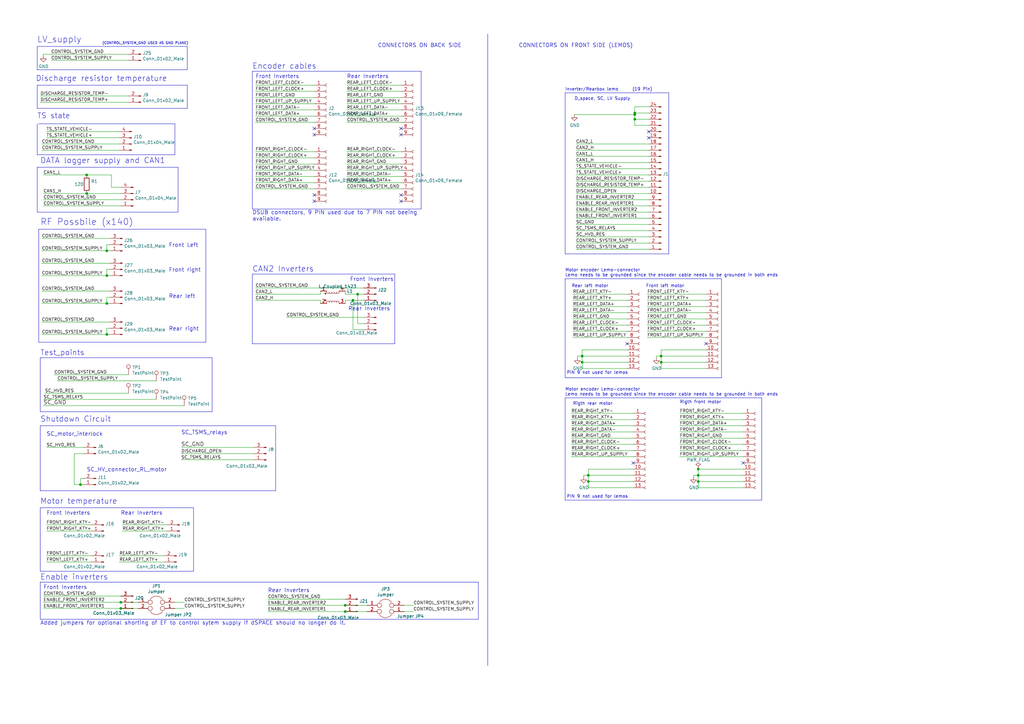
<source format=kicad_sch>
(kicad_sch (version 20230121) (generator eeschema)
  (paper "A3")
  (title_block (title "inverter_box_LV_distribution_board") (comment 1 "Dev17") (comment 2 "Emil Tagesson") (comment 3 "emil.tagesson1@gmail.com"))
  (lib_symbols
    (symbol "Connector:Conn_01x02_Male" (pin_names (offset 1.016) hide)
      (property "Reference" "J" (at 0 2.54 0))
      (property "Value" "Connector_Conn_01x02_Male" (at 0 -5.08 0))
      (symbol "Conn_01x02_Male_1_1"
        (pin passive line (at 5.08 0 180) (length 3.81) (name "Pin_1") (number "1"))
        (pin passive line (at 5.08 -2.54 180) (length 3.81) (name "Pin_2") (number "2"))
      )
    )
    (symbol "Connector:Conn_01x03_Male" (pin_names (offset 1.016) hide)
      (property "Reference" "J" (at 0 5.08 0))
      (property "Value" "Connector_Conn_01x03_Male" (at 0 -5.08 0))
      (symbol "Conn_01x03_Male_1_1"
        (pin passive line (at 5.08 2.54 180) (length 3.81) (name "Pin_1") (number "1"))
        (pin passive line (at 5.08 0 180) (length 3.81) (name "Pin_2") (number "2"))
        (pin passive line (at 5.08 -2.54 180) (length 3.81) (name "Pin_3") (number "3"))
      )
    )
    (symbol "Connector:Conn_01x04_Male" (pin_names (offset 1.016) hide)
      (property "Reference" "J" (at 0 5.08 0))
      (property "Value" "Connector_Conn_01x04_Male" (at 0 -7.62 0))
      (symbol "Conn_01x04_Male_1_1"
        (pin passive line (at 5.08 2.54 180) (length 3.81) (name "Pin_1") (number "1"))
        (pin passive line (at 5.08 0 180) (length 3.81) (name "Pin_2") (number "2"))
        (pin passive line (at 5.08 -2.54 180) (length 3.81) (name "Pin_3") (number "3"))
        (pin passive line (at 5.08 -5.08 180) (length 3.81) (name "Pin_4") (number "4"))
      )
    )
    (symbol "Connector:Conn_01x09_Female" (pin_names (offset 1.016) hide)
      (property "Reference" "J" (at 0 12.7 0))
      (property "Value" "Connector_Conn_01x09_Female" (at 0 -12.7 0))
      (symbol "Conn_01x09_Female_1_1"
        (pin passive line (at -5.08 10.16 0) (length 3.81) (name "Pin_1") (number "1"))
        (pin passive line (at -5.08 7.62 0) (length 3.81) (name "Pin_2") (number "2"))
        (pin passive line (at -5.08 5.08 0) (length 3.81) (name "Pin_3") (number "3"))
        (pin passive line (at -5.08 2.54 0) (length 3.81) (name "Pin_4") (number "4"))
        (pin passive line (at -5.08 0 0) (length 3.81) (name "Pin_5") (number "5"))
        (pin passive line (at -5.08 -2.54 0) (length 3.81) (name "Pin_6") (number "6"))
        (pin passive line (at -5.08 -5.08 0) (length 3.81) (name "Pin_7") (number "7"))
        (pin passive line (at -5.08 -7.62 0) (length 3.81) (name "Pin_8") (number "8"))
        (pin passive line (at -5.08 -10.16 0) (length 3.81) (name "Pin_9") (number "9"))
      )
    )
    (symbol "Connector:Conn_01x13_Female" (pin_names (offset 1.016) hide)
      (property "Reference" "J" (at 0 17.78 0))
      (property "Value" "Connector_Conn_01x13_Female" (at 0 -17.78 0))
      (symbol "Conn_01x13_Female_1_1"
        (pin passive line (at -5.08 15.24 0) (length 3.81) (name "Pin_1") (number "1"))
        (pin passive line (at -5.08 -7.62 0) (length 3.81) (name "Pin_10") (number "10"))
        (pin passive line (at -5.08 -10.16 0) (length 3.81) (name "Pin_11") (number "11"))
        (pin passive line (at -5.08 -12.7 0) (length 3.81) (name "Pin_12") (number "12"))
        (pin passive line (at -5.08 -15.24 0) (length 3.81) (name "Pin_13") (number "13"))
        (pin passive line (at -5.08 12.7 0) (length 3.81) (name "Pin_2") (number "2"))
        (pin passive line (at -5.08 10.16 0) (length 3.81) (name "Pin_3") (number "3"))
        (pin passive line (at -5.08 7.62 0) (length 3.81) (name "Pin_4") (number "4"))
        (pin passive line (at -5.08 5.08 0) (length 3.81) (name "Pin_5") (number "5"))
        (pin passive line (at -5.08 2.54 0) (length 3.81) (name "Pin_6") (number "6"))
        (pin passive line (at -5.08 0 0) (length 3.81) (name "Pin_7") (number "7"))
        (pin passive line (at -5.08 -2.54 0) (length 3.81) (name "Pin_8") (number "8"))
        (pin passive line (at -5.08 -5.08 0) (length 3.81) (name "Pin_9") (number "9"))
      )
    )
    (symbol "Connector:Conn_01x24_Male" (pin_names (offset 1.016) hide)
      (property "Reference" "J" (at 0 30.48 0))
      (property "Value" "Connector_Conn_01x24_Male" (at 0 -33.02 0))
      (symbol "Conn_01x24_Male_1_1"
        (pin passive line (at 5.08 27.94 180) (length 3.81) (name "Pin_1") (number "1"))
        (pin passive line (at 5.08 5.08 180) (length 3.81) (name "Pin_10") (number "10"))
        (pin passive line (at 5.08 2.54 180) (length 3.81) (name "Pin_11") (number "11"))
        (pin passive line (at 5.08 0 180) (length 3.81) (name "Pin_12") (number "12"))
        (pin passive line (at 5.08 -2.54 180) (length 3.81) (name "Pin_13") (number "13"))
        (pin passive line (at 5.08 -5.08 180) (length 3.81) (name "Pin_14") (number "14"))
        (pin passive line (at 5.08 -7.62 180) (length 3.81) (name "Pin_15") (number "15"))
        (pin passive line (at 5.08 -10.16 180) (length 3.81) (name "Pin_16") (number "16"))
        (pin passive line (at 5.08 -12.7 180) (length 3.81) (name "Pin_17") (number "17"))
        (pin passive line (at 5.08 -15.24 180) (length 3.81) (name "Pin_18") (number "18"))
        (pin passive line (at 5.08 -17.78 180) (length 3.81) (name "Pin_19") (number "19"))
        (pin passive line (at 5.08 25.4 180) (length 3.81) (name "Pin_2") (number "2"))
        (pin passive line (at 5.08 -20.32 180) (length 3.81) (name "Pin_20") (number "20"))
        (pin passive line (at 5.08 -22.86 180) (length 3.81) (name "Pin_21") (number "21"))
        (pin passive line (at 5.08 -25.4 180) (length 3.81) (name "Pin_22") (number "22"))
        (pin passive line (at 5.08 -27.94 180) (length 3.81) (name "Pin_23") (number "23"))
        (pin passive line (at 5.08 -30.48 180) (length 3.81) (name "Pin_24") (number "24"))
        (pin passive line (at 5.08 22.86 180) (length 3.81) (name "Pin_3") (number "3"))
        (pin passive line (at 5.08 20.32 180) (length 3.81) (name "Pin_4") (number "4"))
        (pin passive line (at 5.08 17.78 180) (length 3.81) (name "Pin_5") (number "5"))
        (pin passive line (at 5.08 15.24 180) (length 3.81) (name "Pin_6") (number "6"))
        (pin passive line (at 5.08 12.7 180) (length 3.81) (name "Pin_7") (number "7"))
        (pin passive line (at 5.08 10.16 180) (length 3.81) (name "Pin_8") (number "8"))
        (pin passive line (at 5.08 7.62 180) (length 3.81) (name "Pin_9") (number "9"))
      )
    )
    (symbol "Connector:TestPoint" (pin_numbers hide) (pin_names (offset 0.762) hide)
      (property "Reference" "TP" (at 0 6.858 0))
      (property "Value" "TestPoint" (at 0 5.08 0))
      (symbol "TestPoint_1_1"
        (pin passive line (at 0 0 90) (length 2.54) (name "1") (number "1"))
      )
    )
    (symbol "Device:Jumper" (pin_names (offset 0.762) hide)
      (property "Reference" "JP" (at 0 3.81 0))
      (property "Value" "Device_Jumper" (at 0 -2.032 0))
      (symbol "Jumper_0_1"
        (pin passive line (at -7.62 0 0) (length 4.191) (name "1") (number "1"))
        (pin passive line (at 7.62 0 180) (length 4.191) (name "2") (number "2"))
      )
    )
    (symbol "Device:L_Coupled_1423" (pin_names (offset 0.254) hide)
      (property "Reference" "L" (at 0 4.445 0))
      (property "Value" "L_Coupled_1423" (at 0 -4.445 0))
      (symbol "L_Coupled_1423_1_1"
        (pin passive line (at -5.08 2.54 0) (length 2.54) (name "1") (number "1"))
        (pin passive line (at -5.08 -2.54 0) (length 2.54) (name "2") (number "2"))
        (pin passive line (at 5.08 -2.54 180) (length 2.54) (name "3") (number "3"))
        (pin passive line (at 5.08 2.54 180) (length 2.54) (name "4") (number "4"))
      )
    )
    (symbol "Device:R" (pin_numbers hide) (pin_names (offset 0))
      (property "Reference" "R" (at 2.032 0 90))
      (property "Value" "R" (at 0 0 90))
      (symbol "R_1_1"
        (pin passive line (at 0 3.81 270) (length 1.27) (name "~") (number "1"))
        (pin passive line (at 0 -3.81 90) (length 1.27) (name "~") (number "2"))
      )
    )
    (symbol "power:GND" (power) (pin_names (offset 0))
      (property "Value" "GND" (at 0 -3.81 0))
      (symbol "GND_1_1"
        (pin power_in line (at 0 0 270) (length 0) hide (name "GND") (number "1"))
      )
    )
    (symbol "power:PWR_FLAG" (power) (pin_numbers hide) (pin_names (offset 0) hide)
      (property "Value" "PWR_FLAG" (at 0 3.81 0))
      (symbol "PWR_FLAG_0_0"
        (pin power_out line (at 0 0 90) (length 0) (name "pwr") (number "1"))
      )
    )
  )
  (junction (at 286.385 192.405))
  (junction (at 286.385 197.485))
  (junction (at 43.815 137.16))
  (junction (at 241.3 194.945))
  (junction (at 35.56 79.375))
  (junction (at 33.02 198.755))
  (junction (at 141.605 248.285))
  (junction (at 238.76 148.59))
  (junction (at 35.56 71.755))
  (junction (at 43.815 102.87))
  (junction (at 271.145 146.05))
  (junction (at 241.3 197.485))
  (junction (at 260.35 46.355))
  (junction (at 260.35 48.895))
  (junction (at 238.76 146.05))
  (junction (at 286.385 194.945))
  (junction (at 43.815 113.03))
  (junction (at 49.53 247.015))
  (junction (at 146.685 120.65))
  (junction (at 43.815 124.46))
  (junction (at 144.78 123.19))
  (junction (at 141.605 250.825))
  (junction (at 271.145 148.59))
  (junction (at 49.53 249.555))
  (junction (at 260.35 46.99))
  (no_connect (at 164.465 52.705))
  (no_connect (at 164.465 82.55))
  (no_connect (at 164.465 55.245))
  (no_connect (at 266.065 53.975))
  (no_connect (at 128.905 55.245))
  (no_connect (at 128.905 52.705))
  (no_connect (at 128.905 82.55))
  (no_connect (at 257.175 140.97))
  (no_connect (at 304.8 189.865))
  (no_connect (at 289.56 140.97))
  (no_connect (at 128.905 80.01))
  (no_connect (at 164.465 80.01))
  (no_connect (at 266.065 56.515))
  (no_connect (at 259.715 189.865))
  (wire (pts (xy 43.815 121.92) (xy 45.085 121.92)))
  (polyline (pts (xy 16.51 174.625) (xy 113.03 174.625)))
  (polyline (pts (xy 103.505 126.365) (xy 103.505 140.97)))
  (wire (pts (xy 45.72 76.835) (xy 49.53 76.835)))
  (wire (pts (xy 278.765 187.325) (xy 304.8 187.325)))
  (wire (pts (xy 236.22 69.215) (xy 266.065 69.215)))
  (wire (pts (xy 241.3 194.945) (xy 241.3 197.485)))
  (polyline (pts (xy 15.24 44.45) (xy 76.835 44.45)))
  (polyline (pts (xy 15.24 34.925) (xy 76.835 34.925)))
  (wire (pts (xy 16.51 39.37) (xy 52.705 39.37)))
  (polyline (pts (xy 231.775 38.1) (xy 231.775 104.14)))
  (wire (pts (xy 43.815 124.46) (xy 45.085 124.46)))
  (wire (pts (xy 238.76 148.59) (xy 257.175 148.59)))
  (wire (pts (xy 144.78 135.255) (xy 144.78 123.19)))
  (wire (pts (xy 234.315 182.245) (xy 259.715 182.245)))
  (polyline (pts (xy 73.025 68.58) (xy 15.24 68.58)))
  (polyline (pts (xy 86.995 146.685) (xy 16.51 146.685)))
  (wire (pts (xy 241.3 197.485) (xy 259.715 197.485)))
  (wire (pts (xy 104.775 37.465) (xy 128.905 37.465)))
  (polyline (pts (xy 16.51 146.685) (xy 16.51 168.91)))
  (wire (pts (xy 266.065 43.815) (xy 260.35 43.815)))
  (wire (pts (xy 43.815 124.46) (xy 17.145 124.46)))
  (wire (pts (xy 146.685 120.65) (xy 141.605 120.65)))
  (wire (pts (xy 56.515 247.015) (xy 49.53 247.015)))
  (wire (pts (xy 284.48 194.945) (xy 284.48 195.58)))
  (wire (pts (xy 169.545 250.825) (xy 165.735 250.825)))
  (wire (pts (xy 43.815 137.16) (xy 45.085 137.16)))
  (wire (pts (xy 236.22 64.135) (xy 266.065 64.135)))
  (wire (pts (xy 43.815 110.49) (xy 45.085 110.49)))
  (wire (pts (xy 43.815 113.03) (xy 45.085 113.03)))
  (wire (pts (xy 286.385 197.485) (xy 304.8 197.485)))
  (polyline (pts (xy 15.24 19.05) (xy 76.835 19.05)))
  (wire (pts (xy 17.78 71.755) (xy 35.56 71.755)))
  (wire (pts (xy 241.3 200.025) (xy 259.715 200.025)))
  (polyline (pts (xy 274.32 38.1) (xy 274.32 104.14)))
  (wire (pts (xy 131.445 123.19) (xy 104.775 123.19)))
  (polyline (pts (xy 16.51 201.295) (xy 16.51 174.625)))
  (wire (pts (xy 236.22 81.915) (xy 266.065 81.915)))
  (wire (pts (xy 278.765 169.545) (xy 304.8 169.545)))
  (wire (pts (xy 18.415 161.29) (xy 52.705 161.29)))
  (wire (pts (xy 234.315 179.705) (xy 259.715 179.705)))
  (polyline (pts (xy 231.775 104.14) (xy 274.32 104.14)))
  (polyline (pts (xy 79.375 208.28) (xy 79.375 234.315)))
  (wire (pts (xy 71.755 247.015) (xy 75.565 247.015)))
  (polyline (pts (xy 231.775 154.94) (xy 295.91 154.94)))
  (wire (pts (xy 284.48 194.945) (xy 286.385 194.945)))
  (wire (pts (xy 67.31 230.505) (xy 48.895 230.505)))
  (wire (pts (xy 43.815 137.16) (xy 17.145 137.16)))
  (wire (pts (xy 141.605 124.46) (xy 141.605 123.19)))
  (wire (pts (xy 19.05 183.515) (xy 34.29 183.515)))
  (polyline (pts (xy 161.925 140.97) (xy 161.925 112.395)))
  (polyline (pts (xy 84.455 93.98) (xy 15.875 93.98)))
  (wire (pts (xy 17.145 61.595) (xy 48.895 61.595)))
  (polyline (pts (xy 231.775 114.3) (xy 231.775 154.94)))
  (polyline (pts (xy 16.51 234.315) (xy 79.375 234.315)))
  (polyline (pts (xy 15.875 140.335) (xy 84.455 140.335)))
  (wire (pts (xy 43.815 102.87) (xy 45.085 102.87)))
  (wire (pts (xy 238.76 146.05) (xy 238.76 148.59)))
  (polyline (pts (xy 15.24 28.575) (xy 15.24 19.05)))
  (polyline (pts (xy 84.455 140.335) (xy 84.455 93.98)))
  (wire (pts (xy 22.225 153.67) (xy 52.705 153.67)))
  (wire (pts (xy 17.145 107.95) (xy 45.085 107.95)))
  (polyline (pts (xy 15.875 50.8) (xy 71.755 50.8)))
  (wire (pts (xy 17.78 244.475) (xy 49.53 244.475)))
  (wire (pts (xy 142.24 72.39) (xy 164.465 72.39)))
  (wire (pts (xy 260.35 46.99) (xy 235.585 46.99)))
  (wire (pts (xy 278.765 182.245) (xy 304.8 182.245)))
  (polyline (pts (xy 15.24 68.58) (xy 15.24 86.995)))
  (wire (pts (xy 241.3 197.485) (xy 241.3 200.025)))
  (polyline (pts (xy 15.24 63.5) (xy 15.24 50.8)))
  (polyline (pts (xy 103.505 29.21) (xy 172.72 29.21)))
  (wire (pts (xy 104.775 118.11) (xy 149.225 118.11)))
  (polyline (pts (xy 196.215 254) (xy 196.215 238.76)))
  (wire (pts (xy 17.78 22.225) (xy 52.705 22.225)))
  (wire (pts (xy 17.78 163.83) (xy 64.135 163.83)))
  (wire (pts (xy 238.76 151.13) (xy 257.175 151.13)))
  (wire (pts (xy 37.465 217.805) (xy 19.05 217.805)))
  (wire (pts (xy 30.48 186.055) (xy 34.29 186.055)))
  (wire (pts (xy 48.895 56.515) (xy 19.05 56.515)))
  (wire (pts (xy 165.735 248.285) (xy 169.545 248.285)))
  (wire (pts (xy 234.95 130.81) (xy 257.175 130.81)))
  (polyline (pts (xy 16.51 208.28) (xy 79.375 208.28)))
  (wire (pts (xy 104.775 47.625) (xy 128.905 47.625)))
  (wire (pts (xy 149.225 120.65) (xy 146.685 120.65)))
  (wire (pts (xy 265.43 125.73) (xy 289.56 125.73)))
  (wire (pts (xy 286.385 192.405) (xy 304.8 192.405)))
  (wire (pts (xy 142.24 34.925) (xy 164.465 34.925)))
  (wire (pts (xy 142.24 77.47) (xy 164.465 77.47)))
  (wire (pts (xy 265.43 133.35) (xy 289.56 133.35)))
  (wire (pts (xy 236.22 92.075) (xy 266.065 92.075)))
  (wire (pts (xy 234.315 172.085) (xy 259.715 172.085)))
  (wire (pts (xy 286.385 200.025) (xy 304.8 200.025)))
  (wire (pts (xy 266.065 76.835) (xy 236.22 76.835)))
  (wire (pts (xy 142.24 67.31) (xy 164.465 67.31)))
  (polyline (pts (xy 200.025 13.97) (xy 200.025 273.05)))
  (wire (pts (xy 238.76 146.05) (xy 238.76 143.51)))
  (wire (pts (xy 234.95 120.65) (xy 257.175 120.65)))
  (wire (pts (xy 236.855 146.05) (xy 238.76 146.05)))
  (polyline (pts (xy 103.505 112.395) (xy 103.505 126.365)))
  (wire (pts (xy 142.24 42.545) (xy 164.465 42.545)))
  (wire (pts (xy 289.56 151.13) (xy 271.145 151.13)))
  (wire (pts (xy 104.775 34.925) (xy 128.905 34.925)))
  (wire (pts (xy 37.465 230.505) (xy 19.05 230.505)))
  (wire (pts (xy 20.955 24.765) (xy 52.705 24.765)))
  (wire (pts (xy 278.765 179.705) (xy 304.8 179.705)))
  (wire (pts (xy 278.765 174.625) (xy 304.8 174.625)))
  (wire (pts (xy 43.815 100.33) (xy 45.085 100.33)))
  (wire (pts (xy 19.05 53.975) (xy 48.895 53.975)))
  (wire (pts (xy 260.35 46.355) (xy 260.35 46.99)))
  (polyline (pts (xy 15.24 28.575) (xy 76.835 28.575)))
  (wire (pts (xy 48.895 227.965) (xy 67.31 227.965)))
  (wire (pts (xy 33.02 198.755) (xy 30.48 198.755)))
  (wire (pts (xy 43.815 113.03) (xy 43.815 110.49)))
  (wire (pts (xy 104.775 42.545) (xy 128.905 42.545)))
  (wire (pts (xy 104.775 62.23) (xy 128.905 62.23)))
  (wire (pts (xy 265.43 135.89) (xy 289.56 135.89)))
  (wire (pts (xy 234.95 138.43) (xy 257.175 138.43)))
  (wire (pts (xy 43.815 137.16) (xy 43.815 134.62)))
  (wire (pts (xy 104.775 69.85) (xy 128.905 69.85)))
  (polyline (pts (xy 231.775 163.195) (xy 231.775 205.105)))
  (polyline (pts (xy 71.755 50.8) (xy 71.755 63.5)))
  (wire (pts (xy 266.065 102.235) (xy 236.22 102.235)))
  (wire (pts (xy 265.43 128.27) (xy 289.56 128.27)))
  (wire (pts (xy 234.315 187.325) (xy 259.715 187.325)))
  (wire (pts (xy 260.35 46.355) (xy 266.065 46.355)))
  (wire (pts (xy 266.065 79.375) (xy 236.22 79.375)))
  (wire (pts (xy 234.95 123.19) (xy 257.175 123.19)))
  (wire (pts (xy 236.22 59.055) (xy 266.065 59.055)))
  (wire (pts (xy 286.385 194.945) (xy 286.385 192.405)))
  (wire (pts (xy 34.29 198.755) (xy 33.02 198.755)))
  (wire (pts (xy 234.95 125.73) (xy 257.175 125.73)))
  (wire (pts (xy 150.495 250.825) (xy 141.605 250.825)))
  (wire (pts (xy 289.56 143.51) (xy 271.145 143.51)))
  (wire (pts (xy 271.145 146.05) (xy 271.145 148.59)))
  (wire (pts (xy 35.56 79.375) (xy 49.53 79.375)))
  (wire (pts (xy 234.95 133.35) (xy 257.175 133.35)))
  (wire (pts (xy 278.765 184.785) (xy 304.8 184.785)))
  (wire (pts (xy 234.95 128.27) (xy 257.175 128.27)))
  (polyline (pts (xy 71.755 63.5) (xy 15.24 63.5)))
  (wire (pts (xy 286.385 197.485) (xy 286.385 200.025)))
  (wire (pts (xy 239.395 194.945) (xy 239.395 195.58)))
  (wire (pts (xy 17.78 166.37) (xy 75.565 166.37)))
  (wire (pts (xy 131.445 119.38) (xy 131.445 120.65)))
  (wire (pts (xy 266.065 66.675) (xy 236.22 66.675)))
  (wire (pts (xy 265.43 123.19) (xy 289.56 123.19)))
  (wire (pts (xy 266.065 84.455) (xy 236.22 84.455)))
  (wire (pts (xy 141.605 123.19) (xy 144.78 123.19)))
  (wire (pts (xy 241.3 194.945) (xy 259.715 194.945)))
  (polyline (pts (xy 16.51 238.76) (xy 196.215 238.76)))
  (wire (pts (xy 17.145 132.08) (xy 45.085 132.08)))
  (polyline (pts (xy 103.505 140.97) (xy 161.925 140.97)))
  (wire (pts (xy 142.24 37.465) (xy 164.465 37.465)))
  (wire (pts (xy 266.065 61.595) (xy 236.22 61.595)))
  (polyline (pts (xy 15.24 86.995) (xy 73.025 86.995)))
  (wire (pts (xy 109.855 250.825) (xy 141.605 250.825)))
  (wire (pts (xy 43.815 134.62) (xy 45.085 134.62)))
  (wire (pts (xy 104.775 64.77) (xy 128.905 64.77)))
  (wire (pts (xy 131.445 124.46) (xy 131.445 123.19)))
  (polyline (pts (xy 312.42 163.195) (xy 231.775 163.195)))
  (wire (pts (xy 104.775 40.005) (xy 128.905 40.005)))
  (wire (pts (xy 286.385 194.945) (xy 304.8 194.945)))
  (polyline (pts (xy 16.51 201.295) (xy 113.03 201.295)))
  (wire (pts (xy 269.24 146.05) (xy 269.24 146.685)))
  (wire (pts (xy 271.145 146.05) (xy 271.145 143.51)))
  (wire (pts (xy 142.24 45.085) (xy 164.465 45.085)))
  (wire (pts (xy 74.295 183.515) (xy 104.14 183.515)))
  (wire (pts (xy 19.05 227.965) (xy 37.465 227.965)))
  (wire (pts (xy 260.35 48.895) (xy 260.35 51.435)))
  (wire (pts (xy 17.78 81.915) (xy 49.53 81.915)))
  (wire (pts (xy 234.315 174.625) (xy 259.715 174.625)))
  (wire (pts (xy 142.24 50.165) (xy 164.465 50.165)))
  (wire (pts (xy 43.815 124.46) (xy 43.815 121.92)))
  (wire (pts (xy 17.145 97.79) (xy 45.085 97.79)))
  (wire (pts (xy 241.3 194.945) (xy 241.3 192.405)))
  (polyline (pts (xy 16.51 254) (xy 196.215 254)))
  (wire (pts (xy 289.56 146.05) (xy 271.145 146.05)))
  (wire (pts (xy 34.29 196.215) (xy 33.02 196.215)))
  (wire (pts (xy 19.05 215.265) (xy 37.465 215.265)))
  (wire (pts (xy 278.765 177.165) (xy 304.8 177.165)))
  (wire (pts (xy 45.72 71.755) (xy 45.72 76.835)))
  (wire (pts (xy 142.24 62.23) (xy 164.465 62.23)))
  (wire (pts (xy 49.53 247.015) (xy 17.78 247.015)))
  (wire (pts (xy 43.815 113.03) (xy 17.145 113.03)))
  (wire (pts (xy 260.35 46.99) (xy 260.35 48.895)))
  (wire (pts (xy 269.24 146.05) (xy 271.145 146.05)))
  (wire (pts (xy 17.78 84.455) (xy 49.53 84.455)))
  (polyline (pts (xy 16.51 234.315) (xy 16.51 208.28)))
  (wire (pts (xy 234.315 184.785) (xy 259.715 184.785)))
  (wire (pts (xy 234.315 169.545) (xy 259.715 169.545)))
  (wire (pts (xy 142.24 40.005) (xy 164.465 40.005)))
  (wire (pts (xy 238.76 146.05) (xy 257.175 146.05)))
  (wire (pts (xy 265.43 120.65) (xy 289.56 120.65)))
  (wire (pts (xy 260.35 43.815) (xy 260.35 46.355)))
  (wire (pts (xy 236.22 99.695) (xy 266.065 99.695)))
  (wire (pts (xy 142.24 47.625) (xy 164.465 47.625)))
  (wire (pts (xy 289.56 148.59) (xy 271.145 148.59)))
  (polyline (pts (xy 103.505 85.725) (xy 172.72 85.725)))
  (wire (pts (xy 117.475 130.175) (xy 149.225 130.175)))
  (wire (pts (xy 234.315 177.165) (xy 259.715 177.165)))
  (wire (pts (xy 238.76 143.51) (xy 257.175 143.51)))
  (polyline (pts (xy 231.775 205.105) (xy 312.42 205.105)))
  (wire (pts (xy 260.35 48.895) (xy 266.065 48.895)))
  (polyline (pts (xy 73.025 86.995) (xy 73.025 68.58)))
  (wire (pts (xy 149.225 132.715) (xy 146.685 132.715)))
  (wire (pts (xy 278.765 172.085) (xy 304.8 172.085)))
  (wire (pts (xy 236.855 146.05) (xy 236.855 146.685)))
  (polyline (pts (xy 15.24 44.45) (xy 15.24 34.925)))
  (wire (pts (xy 149.225 135.255) (xy 144.78 135.255)))
  (polyline (pts (xy 86.995 146.685) (xy 86.995 168.91)))
  (wire (pts (xy 265.43 138.43) (xy 289.56 138.43)))
  (polyline (pts (xy 172.72 29.21) (xy 172.72 85.725)))
  (wire (pts (xy 43.815 102.87) (xy 43.815 100.33)))
  (wire (pts (xy 17.145 119.38) (xy 45.085 119.38)))
  (wire (pts (xy 50.165 215.265) (xy 68.58 215.265)))
  (wire (pts (xy 16.51 41.91) (xy 52.705 41.91)))
  (wire (pts (xy 68.58 217.805) (xy 50.165 217.805)))
  (wire (pts (xy 141.605 248.285) (xy 109.855 248.285)))
  (polyline (pts (xy 16.51 168.91) (xy 86.995 168.91)))
  (wire (pts (xy 104.775 120.65) (xy 131.445 120.65)))
  (wire (pts (xy 266.065 86.995) (xy 236.22 86.995)))
  (polyline (pts (xy 231.775 38.1) (xy 274.32 38.1)))
  (polyline (pts (xy 103.505 85.725) (xy 103.505 29.21)))
  (wire (pts (xy 104.775 74.93) (xy 128.905 74.93)))
  (wire (pts (xy 104.775 50.165) (xy 128.905 50.165)))
  (wire (pts (xy 144.78 123.19) (xy 149.225 123.19)))
  (polyline (pts (xy 76.835 19.05) (xy 76.835 28.575)))
  (wire (pts (xy 109.855 245.745) (xy 141.605 245.745)))
  (wire (pts (xy 141.605 120.65) (xy 141.605 119.38)))
  (wire (pts (xy 236.22 97.155) (xy 266.065 97.155)))
  (polyline (pts (xy 76.835 44.45) (xy 76.835 34.925)))
  (wire (pts (xy 271.145 148.59) (xy 271.145 151.13)))
  (wire (pts (xy 33.02 196.215) (xy 33.02 198.755)))
  (wire (pts (xy 146.685 120.65) (xy 146.685 132.715)))
  (wire (pts (xy 104.775 72.39) (xy 128.905 72.39)))
  (wire (pts (xy 266.065 71.755) (xy 236.22 71.755)))
  (wire (pts (xy 142.24 64.77) (xy 164.465 64.77)))
  (wire (pts (xy 30.48 198.755) (xy 30.48 186.055)))
  (wire (pts (xy 142.24 74.93) (xy 164.465 74.93)))
  (wire (pts (xy 74.295 188.595) (xy 104.14 188.595)))
  (wire (pts (xy 265.43 130.81) (xy 289.56 130.81)))
  (wire (pts (xy 104.775 67.31) (xy 128.905 67.31)))
  (wire (pts (xy 43.815 102.87) (xy 17.145 102.87)))
  (wire (pts (xy 17.145 59.055) (xy 48.895 59.055)))
  (wire (pts (xy 17.78 79.375) (xy 35.56 79.375)))
  (wire (pts (xy 104.775 45.085) (xy 128.905 45.085)))
  (polyline (pts (xy 312.42 205.105) (xy 312.42 163.195)))
  (wire (pts (xy 142.24 69.85) (xy 164.465 69.85)))
  (polyline (pts (xy 295.91 114.3) (xy 295.91 154.94)))
  (polyline (pts (xy 161.925 112.395) (xy 103.505 112.395)))
  (wire (pts (xy 236.22 89.535) (xy 266.065 89.535)))
  (wire (pts (xy 23.495 156.21) (xy 64.135 156.21)))
  (wire (pts (xy 286.385 194.945) (xy 286.385 197.485)))
  (wire (pts (xy 239.395 194.945) (xy 241.3 194.945)))
  (wire (pts (xy 260.35 51.435) (xy 266.065 51.435)))
  (polyline (pts (xy 113.03 174.625) (xy 113.03 201.295)))
  (polyline (pts (xy 16.51 238.76) (xy 16.51 254)))
  (wire (pts (xy 35.56 71.755) (xy 45.72 71.755)))
  (wire (pts (xy 75.565 249.555) (xy 71.755 249.555)))
  (polyline (pts (xy 15.875 93.98) (xy 15.875 140.335)))
  (wire (pts (xy 236.22 74.295) (xy 266.065 74.295)))
  (wire (pts (xy 141.605 248.285) (xy 150.495 248.285)))
  (wire (pts (xy 17.78 22.86) (xy 17.78 22.225)))
  (polyline (pts (xy 295.91 114.3) (xy 231.775 114.3)))
  (wire (pts (xy 234.95 135.89) (xy 257.175 135.89)))
  (wire (pts (xy 17.78 249.555) (xy 49.53 249.555)))
  (wire (pts (xy 49.53 249.555) (xy 56.515 249.555)))
  (wire (pts (xy 238.76 148.59) (xy 238.76 151.13)))
  (wire (pts (xy 236.22 94.615) (xy 266.065 94.615)))
  (wire (pts (xy 241.3 192.405) (xy 259.715 192.405)))
  (wire (pts (xy 104.775 77.47) (xy 128.905 77.47)))
  (wire (pts (xy 74.295 186.055) (xy 104.14 186.055)))
  (text "CONNECTORS ON FRONT SIDE (LEMOS)" (at 212.725 19.685 0) (effects (font (size 1.6002 1.6002)) (justify left bottom)))
  (text "DSUB connectors, 9 PIN used due to 7 PIN not beeing\navailable." (at 103.505 90.805 0) (effects (font (size 1.6002 1.6002)) (justify left bottom)))
  (text "Shutdown Circuit" (at 16.51 173.355 0) (effects (font (size 2.2606 2.2606)) (justify left bottom)))
  (text "Motor encoder Lemo-connector\nLemo needs to be grounded since the encoder cable needs to be grounded in both ends" (at 231.775 162.56 0) (effects (font (size 1.27 1.27)) (justify left bottom)))
  (text "SC_motor_interlock" (at 19.05 179.07 0) (effects (font (size 1.6002 1.6002)) (justify left bottom)))
  (text "Encoder cables" (at 103.505 28.575 0) (effects (font (size 2.2606 2.2606)) (justify left bottom)))
  (text "Motor encoder Lemo-connector\nLemo needs to be grounded since the encoder cable needs to be grounded in both ends" (at 231.775 113.665 0) (effects (font (size 1.27 1.27)) (justify left bottom)))
  (text "Front Inverters" (at 143.51 115.57 0) (effects (font (size 1.6002 1.6002)) (justify left bottom)))
  (text "Rear Inverters" (at 109.855 243.205 0) (effects (font (size 1.6002 1.6002)) (justify left bottom)))
  (text "Rear Inverters\n" (at 49.53 211.455 0) (effects (font (size 1.6002 1.6002)) (justify left bottom)))
  (text "Front Left" (at 69.215 101.6 0) (effects (font (size 1.6002 1.6002)) (justify left bottom)))
  (text "Rear right" (at 69.215 135.89 0) (effects (font (size 1.6002 1.6002)) (justify left bottom)))
  (text "Enable inverters\n" (at 16.51 238.125 0) (effects (font (size 2.2606 2.2606)) (justify left bottom)))
  (text "PIN 9 not used for lemos" (at 232.41 204.47 0) (effects (font (size 1.27 1.27)) (justify left bottom)))
  (text "Rear Inverters" (at 160.02 127.635 0) (effects (font (size 1.6002 1.6002)) (justify right bottom)))
  (text "Discharge resistor temperature" (at 14.605 33.655 0) (effects (font (size 2.286 2.286)) (justify left bottom)))
  (text "Rear left" (at 69.215 122.555 0) (effects (font (size 1.6002 1.6002)) (justify left bottom)))
  (text "Rigth rear motor\n" (at 234.95 166.37 0) (effects (font (size 1.27 1.27)) (justify left bottom)))
  (text "Added jumpers for optional shorting of EF to control sytem supply if dSPACE should no longer do it." (at 16.51 256.54 0) (effects (font (size 1.6002 1.6002)) (justify left bottom)))
  (text "Front left motor" (at 280.67 118.11 0) (effects (font (size 1.27 1.27)) (justify right bottom)))
  (text "Rigth front motor\n" (at 278.765 165.735 0) (effects (font (size 1.27 1.27)) (justify left bottom)))
  (text "CONNECTORS ON BACK SIDE" (at 154.94 19.685 0) (effects (font (size 1.6002 1.6002)) (justify left bottom)))
  (text "Front right\n" (at 69.215 111.76 0) (effects (font (size 1.6002 1.6002)) (justify left bottom)))
  (text "Front Inverters" (at 104.775 32.385 0) (effects (font (size 1.6002 1.6002)) (justify left bottom)))
  (text "(CONTROL_SYSTEM_GND USED AS GND PLANE)" (at 41.91 18.415 0) (effects (font (size 1.016 1.016)) (justify left bottom)))
  (text "PIN 9 not used for lemos" (at 232.41 153.67 0) (effects (font (size 1.27 1.27)) (justify left bottom)))
  (text "SC_HV_connector_RL_motor" (at 35.56 193.675 0) (effects (font (size 1.6002 1.6002)) (justify left bottom)))
  (text "D_space, SC, LV Supply" (at 235.585 41.275 0) (effects (font (size 1.27 1.27)) (justify left bottom)))
  (text "Inverter/Rearbox lemo      (19 Pin)" (at 231.775 37.465 0) (effects (font (size 1.27 1.27)) (justify left bottom)))
  (text "Motor temperature" (at 16.51 207.01 0) (effects (font (size 2.2606 2.2606)) (justify left bottom)))
  (text "Rear Inverters" (at 142.24 32.385 0) (effects (font (size 1.6002 1.6002)) (justify left bottom)))
  (text "DATA logger supply and CAN1" (at 16.51 67.31 0) (effects (font (size 2.2606 2.2606)) (justify left bottom)))
  (text "CAN2 Inverters" (at 103.505 111.76 0) (effects (font (size 2.2606 2.2606)) (justify left bottom)))
  (text "Rear left motor\n" (at 249.555 118.11 0) (effects (font (size 1.27 1.27)) (justify right bottom)))
  (text "Front Inverters" (at 19.05 211.455 0) (effects (font (size 1.6002 1.6002)) (justify left bottom)))
  (text "TS state" (at 15.24 48.895 0) (effects (font (size 2.159 2.159)) (justify left bottom)))
  (text "Front Inverters" (at 17.78 241.935 0) (effects (font (size 1.6002 1.6002)) (justify left bottom)))
  (text "SC_TSMS_relays" (at 74.295 178.435 0) (effects (font (size 1.6002 1.6002)) (justify left bottom)))
  (text "RF Possbile (x140)\n" (at 16.51 92.71 0) (effects (font (size 2.5908 2.5908)) (justify left bottom)))
  (text "Test_points" (at 16.51 146.05 0) (effects (font (size 2.159 2.159)) (justify left bottom)))
  (text "LV_supply" (at 15.24 17.78 0) (effects (font (size 2.4892 2.4892)) (justify left bottom)))
  (label "FRONT_RIGHT_DATA+" (at 104.775 74.93 0))
  (label "REAR_LEFT_UP_SUPPLY" (at 142.24 42.545 0))
  (label "CONTROL_SYSTEM_GND" (at 109.855 245.745 0))
  (label "FRONT_RIGHT_CLOCK+" (at 278.765 184.785 0))
  (label "REAR_LEFT_DATA+" (at 142.24 47.625 0))
  (label "DISCHARGE_RESISTOR_TEMP-" (at 236.22 74.295 0))
  (label "FRONT_RIGHT_CLOCK-" (at 104.775 62.23 0))
  (label "ENABLE_REAR_INVERTER1" (at 109.855 250.825 0))
  (label "CAN1_H" (at 17.78 79.375 0))
  (label "CONTROL_SYSTEM_SUPPLY" (at 17.145 124.46 0))
  (label "REAR_LEFT_GND" (at 234.95 130.81 0))
  (label "CONTROL_SYSTEM_SUPPLY" (at 75.565 247.015 0))
  (label "CAN1_H" (at 236.22 66.675 0))
  (label "REAR_RIGHT_GND" (at 142.24 67.31 0))
  (label "ENABLE_REAR_INVERTER2" (at 236.22 81.915 0))
  (label "CAN2_L" (at 104.775 120.65 0))
  (label "FRONT_RIGHT_KTY+" (at 19.05 217.805 0))
  (label "REAR_LEFT_DATA-" (at 142.24 45.085 0))
  (label "FRONT_RIGHT_DATA-" (at 278.765 177.165 0))
  (label "FRONT_RIGHT_UP_SUPPLY" (at 278.765 187.325 0))
  (label "CONTROL_SYSTEM_GND" (at 17.78 81.915 0))
  (label "REAR_LEFT_GND" (at 142.24 40.005 0))
  (label "FRONT_LEFT_KTY-" (at 265.43 120.65 0))
  (label "FRONT_RIGHT_GND" (at 104.775 67.31 0))
  (label "TS_STATE_VEHICLE-" (at 19.05 53.975 0))
  (label "FRONT_RIGHT_GND" (at 278.765 179.705 0))
  (label "REAR_RIGHT_UP_SUPPLY" (at 142.24 69.85 0))
  (label "CAN2_L" (at 236.22 59.055 0))
  (label "ENABLE_FRONT_INVERTER2" (at 17.78 247.015 0))
  (label "CONTROL_SYSTEM_SUPPLY" (at 20.955 24.765 0))
  (label "CONTROL_SYSTEM_SUPPLY" (at 17.145 102.87 0))
  (label "FRONT_LEFT_GND" (at 104.775 40.005 0))
  (label "CONTROL_SYSTEM_GND" (at 17.145 132.08 0))
  (label "REAR_RIGHT_DATA-" (at 234.315 177.165 0))
  (label "FRONT_LEFT_DATA+" (at 104.775 47.625 0))
  (label "FRONT_LEFT_UP_SUPPLY" (at 104.775 42.545 0))
  (label "DISCHARGE_OPEN" (at 236.22 79.375 0))
  (label "TS_STATE_VEHICLE+" (at 19.05 56.515 0))
  (label "CONTROL_SYSTEM_GND" (at 117.475 130.175 0))
  (label "CAN1_L" (at 236.22 64.135 0))
  (label "REAR_LEFT_CLOCK-" (at 142.24 34.925 0))
  (label "CONTROL_SYSTEM_SUPPLY" (at 75.565 249.555 0))
  (label "REAR_RIGHT_KTY+" (at 50.165 217.805 0))
  (label "CONTROL_SYSTEM_GND" (at 17.145 59.055 0))
  (label "CAN1_L" (at 17.78 71.755 0))
  (label "DISCHARGE_RESISTOR_TEMP+" (at 236.22 76.835 0))
  (label "FRONT_LEFT_KTY-" (at 19.05 227.965 0))
  (label "ENABLE_FRONT_INVERTER2" (at 236.22 86.995 0))
  (label "ENABLE_REAR_INVERTER1" (at 236.22 84.455 0))
  (label "FRONT_RIGHT_CLOCK+" (at 104.775 64.77 0))
  (label "REAR_LEFT_UP_SUPPLY" (at 234.95 138.43 0))
  (label "DISCHARGE_OPEN" (at 74.295 186.055 0))
  (label "TS_STATE_VEHICLE+" (at 236.22 71.755 0))
  (label "REAR_RIGHT_CLOCK-" (at 234.315 182.245 0))
  (label "CONTROL_SYSTEM_GND" (at 104.775 118.11 0))
  (label "CONTROL_SYSTEM_GND" (at 104.775 77.47 0))
  (label "CAN2_H" (at 104.775 123.19 0))
  (label "CONTROL_SYSTEM_GND" (at 236.22 102.235 0))
  (label "TS_STATE_VEHICLE-" (at 236.22 69.215 0))
  (label "FRONT_RIGHT_UP_SUPPLY" (at 104.775 69.85 0))
  (label "CONTROL_SYSTEM_SUPPLY" (at 236.22 99.695 0))
  (label "DISCHARGE_RESISTOR_TEMP+" (at 16.51 41.91 0))
  (label "REAR_RIGHT_UP_SUPPLY" (at 234.315 187.325 0))
  (label "FRONT_RIGHT_DATA-" (at 104.775 72.39 0))
  (label "CONTROL_SYSTEM_SUPPLY" (at 23.495 156.21 0))
  (label "REAR_RIGHT_CLOCK-" (at 142.24 62.23 0))
  (label "FRONT_LEFT_CLOCK+" (at 104.775 37.465 0))
  (label "REAR_RIGHT_CLOCK+" (at 234.315 184.785 0))
  (label "SC_HVD_RES" (at 236.22 97.155 0))
  (label "FRONT_RIGHT_CLOCK-" (at 278.765 182.245 0))
  (label "FRONT_LEFT_KTY+" (at 19.05 230.505 0))
  (label "FRONT_RIGHT_DATA+" (at 278.765 174.625 0))
  (label "SC_HVD_RES" (at 18.415 161.29 0))
  (label "ENABLE_FRONT_INVERTER1" (at 17.78 249.555 0))
  (label "REAR_LEFT_CLOCK+" (at 234.95 135.89 0))
  (label "FRONT_RIGHT_KTY+" (at 278.765 172.085 0))
  (label "ENABLE_REAR_INVERTER2" (at 109.855 248.285 0))
  (label "SC_GND" (at 17.78 166.37 0) (effects (font (size 1.6002 1.6002))))
  (label "CONTROL_SYSTEM_SUPPLY" (at 169.545 250.825 0))
  (label "CONTROL_SYSTEM_GND" (at 17.78 244.475 0))
  (label "FRONT_LEFT_DATA-" (at 265.43 128.27 0))
  (label "FRONT_LEFT_CLOCK-" (at 265.43 133.35 0))
  (label "CONTROL_SYSTEM_GND" (at 104.775 50.165 0))
  (label "SC_HVD_RES" (at 19.05 183.515 0))
  (label "FRONT_LEFT_GND" (at 265.43 130.81 0))
  (label "FRONT_LEFT_DATA+" (at 265.43 125.73 0))
  (label "SC_TSMS_RELAYS" (at 17.78 163.83 0))
  (label "REAR_LEFT_DATA-" (at 234.95 128.27 0))
  (label "FRONT_LEFT_KTY+" (at 265.43 123.19 0))
  (label "REAR_RIGHT_DATA+" (at 142.24 74.93 0))
  (label "SC_GND" (at 74.295 183.515 0) (effects (font (size 1.6002 1.6002))))
  (label "CONTROL_SYSTEM_GND" (at 17.145 119.38 0))
  (label "FRONT_LEFT_DATA-" (at 104.775 45.085 0))
  (label "REAR_RIGHT_DATA-" (at 142.24 72.39 0))
  (label "REAR_RIGHT_GND" (at 234.315 179.705 0))
  (label "REAR_RIGHT_KTY+" (at 234.315 172.085 0))
  (label "SC_TSMS_RELAYS" (at 74.295 188.595 0))
  (label "CAN2_H" (at 236.22 61.595 0))
  (label "REAR_RIGHT_KTY-" (at 234.315 169.545 0))
  (label "CONTROL_SYSTEM_GND" (at 142.24 77.47 0))
  (label "CONTROL_SYSTEM_SUPPLY" (at 17.145 137.16 0))
  (label "REAR_LEFT_KTY-" (at 234.95 120.65 0))
  (label "FRONT_LEFT_CLOCK-" (at 104.775 34.925 0))
  (label "CONTROL_SYSTEM_GND" (at 17.145 97.79 0))
  (label "SC_TSMS_RELAYS" (at 236.22 94.615 0))
  (label "REAR_LEFT_CLOCK+" (at 142.24 37.465 0))
  (label "CONTROL_SYSTEM_SUPPLY" (at 17.145 113.03 0))
  (label "REAR_LEFT_KTY+" (at 234.95 123.19 0))
  (label "REAR_LEFT_DATA+" (at 234.95 125.73 0))
  (label "REAR_LEFT_KTY+" (at 48.895 230.505 0))
  (label "REAR_RIGHT_CLOCK+" (at 142.24 64.77 0))
  (label "REAR_RIGHT_DATA+" (at 234.315 174.625 0))
  (label "FRONT_RIGHT_KTY-" (at 19.05 215.265 0))
  (label "CONTROL_SYSTEM_SUPPLY" (at 17.78 84.455 0))
  (label "CONTROL_SYSTEM_GND" (at 20.955 22.225 0))
  (label "CONTROL_SYSTEM_SUPPLY" (at 17.145 61.595 0))
  (label "CONTROL_SYSTEM_SUPPLY" (at 169.545 248.285 0))
  (label "FRONT_LEFT_CLOCK+" (at 265.43 135.89 0))
  (label "FRONT_RIGHT_KTY-" (at 278.765 169.545 0))
  (label "CONTROL_SYSTEM_GND" (at 142.24 50.165 0))
  (label "REAR_RIGHT_KTY-" (at 50.165 215.265 0))
  (label "REAR_LEFT_KTY-" (at 48.895 227.965 0))
  (label "DISCHARGE_RESISTOR_TEMP-" (at 16.51 39.37 0))
  (label "CONTROL_SYSTEM_GND" (at 17.145 107.95 0))
  (label "CONTROL_SYSTEM_GND" (at 22.225 153.67 0))
  (label "ENABLE_FRONT_INVERTER1" (at 236.22 89.535 0))
  (label "SC_GND" (at 236.22 92.075 0))
  (label "FRONT_LEFT_UP_SUPPLY" (at 265.43 138.43 0))
  (label "REAR_LEFT_CLOCK-" (at 234.95 133.35 0))
  (symbol (lib_id "Connector:Conn_01x02_Male") (at 42.545 230.505 180) (unit 1)
    (property "Reference" "J17" (at 43.2562 227.5078 0) (effects (justify right)))
    (property "Value" "Conn_01x02_Male" (at 26.035 232.41 0) (effects (justify right)))
    (property "Footprint" "KTHFS:Wurth-WTB_2.54_male_vert_2" (effects hide))
  )
  (symbol (lib_id "Connector:Conn_01x02_Male") (at 42.545 217.805 180) (unit 1)
    (property "Reference" "J16" (at 43.2562 214.8078 0) (effects (justify right)))
    (property "Value" "Conn_01x02_Male" (at 26.035 219.71 0) (effects (justify right)))
    (property "Footprint" "KTHFS:Wurth-WTB_2.54_male_vert_2" (effects hide))
  )
  (symbol (lib_id "Connector:Conn_01x02_Male") (at 72.39 230.505 180) (unit 1)
    (property "Reference" "J19" (at 73.1012 227.5078 0) (effects (justify right)))
    (property "Value" "Conn_01x02_Male" (at 55.88 232.41 0) (effects (justify right)))
    (property "Footprint" "KTHFS:Wurth-WTB_2.54_male_vert_2" (effects hide))
  )
  (symbol (lib_id "Connector:Conn_01x02_Male") (at 73.66 217.805 180) (unit 1)
    (property "Reference" "J18" (at 74.3712 214.8078 0) (effects (justify right)))
    (property "Value" "Conn_01x02_Male" (at 57.15 219.71 0) (effects (justify right)))
    (property "Footprint" "KTHFS:Wurth-WTB_2.54_male_vert_2" (effects hide))
  )
  (symbol (lib_id "Connector:Conn_01x02_Male") (at 57.785 24.765 180) (unit 1)
    (property "Reference" "J25" (at 58.4962 21.7678 0) (effects (justify right)))
    (property "Value" "Conn_01x02_Male" (at 58.4962 24.0792 0) (effects (justify right)))
    (property "Footprint" "KTHFS:Wurth-WTB_2.54_male_vert_2" (effects hide))
  )
  (symbol (lib_id "Connector:Conn_01x02_Male") (at 39.37 186.055 180) (unit 1)
    (property "Reference" "J6" (at 40.0812 183.0578 0) (effects (justify right)))
    (property "Value" "Conn_01x02_Male" (at 40.0812 185.3692 0) (effects (justify right)))
    (property "Footprint" "KTHFS:Wurth-WTB_2.54_male_vert_2" (effects hide))
  )
  (symbol (lib_id "Connector:Conn_01x03_Male") (at 154.305 120.65 180) (unit 1)
    (property "Reference" "J22" (at 155.0162 118.9228 0) (effects (justify right)))
    (property "Value" "Conn_01x03_Male" (at 143.51 124.46 0) (effects (justify right)))
    (property "Footprint" "Connector_Molex:Molex_KK-254_AE-6410-03A_1x03_P2.54mm_Vertical" (effects hide))
  )
  (symbol (lib_id "Connector:Conn_01x03_Male") (at 154.305 132.715 180) (unit 1)
    (property "Reference" "J23" (effects hide))
    (property "Value" "Conn_01x03_Male" (at 137.795 136.525 0) (effects (justify right)))
    (property "Footprint" "Connector_Molex:Molex_KK-254_AE-6410-03A_1x03_P2.54mm_Vertical" (effects hide))
  )
  (symbol (lib_id "Connector:Conn_01x04_Male") (at 54.61 81.915 180) (unit 1)
    (property "Reference" "J7" (at 55.3212 78.9178 0) (effects (justify right)))
    (property "Value" "Conn_01x04_Male" (at 55.3212 81.2292 0) (effects (justify right)))
    (property "Footprint" "KTHFS:Wurth-WTB_2.54_male_vert_4" (effects hide))
  )
  (symbol (lib_id "Connector:TestPoint") (at 52.705 153.67 0) (unit 1)
    (property "Reference" "TP1" (at 54.1782 150.6728 0) (effects (justify left)))
    (property "Value" "TestPoint" (at 54.1782 152.9842 0) (effects (justify left)))
    (property "Footprint" "TestPoint:TestPoint_THTPad_D2.5mm_Drill1.2mm" (effects hide))
  )
  (symbol (lib_id "Connector:TestPoint") (at 64.135 156.21 0) (unit 1)
    (property "Reference" "TP3" (at 65.6082 153.2128 0) (effects (justify left)))
    (property "Value" "TestPoint" (at 65.6082 155.5242 0) (effects (justify left)))
    (property "Footprint" "TestPoint:TestPoint_THTPad_D2.5mm_Drill1.2mm" (effects hide))
  )
  (symbol (lib_id "Connector:TestPoint") (at 52.705 161.29 0) (unit 1)
    (property "Reference" "TP2" (at 54.1782 158.2928 0) (effects (justify left)))
    (property "Value" "TestPoint" (at 54.1782 160.6042 0) (effects (justify left)))
    (property "Footprint" "TestPoint:TestPoint_THTPad_D2.5mm_Drill1.2mm" (effects hide))
  )
  (symbol (lib_id "Connector:TestPoint") (at 64.135 163.83 0) (unit 1)
    (property "Reference" "TP4" (at 65.6082 160.8328 0) (effects (justify left)))
    (property "Value" "TestPoint" (at 65.6082 163.1442 0) (effects (justify left)))
    (property "Footprint" "TestPoint:TestPoint_THTPad_D2.5mm_Drill1.2mm" (effects hide))
  )
  (symbol (lib_id "Connector:TestPoint") (at 75.565 166.37 0) (unit 1)
    (property "Reference" "TP5" (at 77.0382 163.3728 0) (effects (justify left)))
    (property "Value" "TestPoint" (at 77.0382 165.6842 0) (effects (justify left)))
    (property "Footprint" "TestPoint:TestPoint_THTPad_D2.5mm_Drill1.2mm" (effects hide))
  )
  (symbol (lib_id "Device:R") (at 35.56 75.565 0) (unit 1)
    (property "Reference" "R1" (at 37.338 74.3966 0) (effects (justify left)))
    (property "Value" "120" (at 30.48 75.565 0) (effects (justify left)))
    (property "Footprint" "Resistor_SMD:R_0603_1608Metric" (effects hide))
  )
  (symbol (lib_id "Connector:Conn_01x02_Male") (at 39.37 198.755 180) (unit 1)
    (property "Reference" "J11" (at 40.0812 195.7578 0) (effects (justify right)))
    (property "Value" "Conn_01x02_Male" (at 40.0812 198.0692 0) (effects (justify right)))
    (property "Footprint" "KTHFS:Wurth-WTB_2.54_male_vert_2" (effects hide))
  )
  (symbol (lib_id "Connector:Conn_01x03_Male") (at 54.61 247.015 180) (unit 1)
    (property "Reference" "J20" (at 55.3212 245.2878 0) (effects (justify right)))
    (property "Value" "Conn_01x03_Male" (at 38.1 251.46 0) (effects (justify right)))
    (property "Footprint" "Connector_Molex:Molex_KK-254_AE-6410-03A_1x03_P2.54mm_Vertical" (effects hide))
  )
  (symbol (lib_id "Connector:Conn_01x03_Male") (at 146.685 248.285 180) (unit 1)
    (property "Reference" "J21" (at 147.3962 246.5578 0) (effects (justify right)))
    (property "Value" "Conn_01x03_Male" (at 130.175 253.365 0) (effects (justify right)))
    (property "Footprint" "Connector_Molex:Molex_KK-254_AE-6410-03A_1x03_P2.54mm_Vertical" (effects hide))
  )
  (symbol (lib_id "Connector:Conn_01x02_Male") (at 57.785 41.91 180) (unit 1)
    (property "Reference" "J9" (at 58.4962 38.9128 0) (effects (justify right)))
    (property "Value" "Conn_01x02_Male" (at 58.4962 41.2242 0) (effects (justify right)))
    (property "Footprint" "KTHFS:Wurth-WTB_2.54_male_vert_2" (effects hide))
  )
  (symbol (lib_id "Connector:Conn_01x04_Male") (at 53.975 59.055 180) (unit 1)
    (property "Reference" "J10" (at 54.6862 56.0578 0) (effects (justify right)))
    (property "Value" "Conn_01x04_Male" (at 54.6862 58.3692 0) (effects (justify right)))
    (property "Footprint" "KTHFS:Wurth-WTB_2.54_male_vert_4" (effects hide))
  )
  (symbol (lib_id "Connector:Conn_01x03_Male") (at 109.22 186.055 180) (unit 1)
    (property "Reference" "J8" (at 109.9312 184.3278 0) (effects (justify right)))
    (property "Value" "Conn_01x03_Male" (at 92.71 191.135 0) (effects (justify right)))
    (property "Footprint" "Connector_Molex:Molex_KK-254_AE-6410-03A_1x03_P2.54mm_Vertical" (effects hide))
  )
  (symbol (lib_id "Connector:Conn_01x03_Male") (at 50.165 110.49 180) (unit 1)
    (property "Reference" "J27" (at 50.8762 108.7628 0) (effects (justify right)))
    (property "Value" "Conn_01x03_Male" (at 50.8762 111.0742 0) (effects (justify right)))
    (property "Footprint" "Connector_Molex:Molex_KK-254_AE-6410-03A_1x03_P2.54mm_Vertical" (effects hide))
  )
  (symbol (lib_id "Connector:Conn_01x03_Male") (at 50.165 121.92 180) (unit 1)
    (property "Reference" "J28" (at 50.8762 120.1928 0) (effects (justify right)))
    (property "Value" "Conn_01x03_Male" (at 50.8762 122.5042 0) (effects (justify right)))
    (property "Footprint" "Connector_Molex:Molex_KK-254_AE-6410-03A_1x03_P2.54mm_Vertical" (effects hide))
  )
  (symbol (lib_id "Connector:Conn_01x03_Male") (at 50.165 100.33 180) (unit 1)
    (property "Reference" "J26" (at 50.8762 98.6028 0) (effects (justify right)))
    (property "Value" "Conn_01x03_Male" (at 50.8762 100.9142 0) (effects (justify right)))
    (property "Footprint" "Connector_Molex:Molex_KK-254_AE-6410-03A_1x03_P2.54mm_Vertical" (effects hide))
  )
  (symbol (lib_id "Connector:Conn_01x03_Male") (at 50.165 134.62 180) (unit 1)
    (property "Reference" "J29" (at 50.8762 132.8928 0) (effects (justify right)))
    (property "Value" "Conn_01x03_Male" (at 50.8762 135.2042 0) (effects (justify right)))
    (property "Footprint" "Connector_Molex:Molex_KK-254_AE-6410-03A_1x03_P2.54mm_Vertical" (effects hide))
  )
  (symbol (lib_id "Connector:Conn_01x13_Female") (at 262.255 135.89 0) (unit 1)
    (property "Reference" "J3" (effects hide))
    (property "Value" "Conn_01x13_Female" (effects hide))
    (property "Footprint" "KTHFS:HEN.1F.308" (effects hide))
  )
  (symbol (lib_id "Connector:Conn_01x13_Female") (at 294.64 135.89 0) (unit 1)
    (property "Reference" "J5" (effects hide))
    (property "Value" "Conn_01x13_Female" (effects hide))
    (property "Footprint" "KTHFS:HEN.1F.308" (effects hide))
  )
  (symbol (lib_id "Connector:Conn_01x13_Female") (at 309.88 184.785 0) (unit 1)
    (property "Reference" "J30" (effects hide))
    (property "Value" "Conn_01x13_Female" (effects hide))
    (property "Footprint" "KTHFS:HEN.1F.308" (effects hide))
  )
  (symbol (lib_id "Connector:Conn_01x13_Female") (at 264.795 184.785 0) (unit 1)
    (property "Reference" "J4" (effects hide))
    (property "Value" "Conn_01x13_Female" (effects hide))
    (property "Footprint" "KTHFS:HEN.1F.308" (effects hide))
  )
  (symbol (lib_id "power:GND") (at 239.395 195.58 0) (unit 1)
    (property "Reference" "#PWR0104" (effects hide))
    (property "Value" "GND" (at 239.522 199.9742 0))
  )
  (symbol (lib_id "power:GND") (at 284.48 195.58 0) (unit 1)
    (property "Reference" "#PWR0105" (effects hide))
    (property "Value" "GND" (at 284.607 199.9742 0))
  )
  (symbol (lib_id "power:GND") (at 236.855 146.685 0) (unit 1)
    (property "Reference" "#PWR0106" (effects hide))
    (property "Value" "GND" (at 236.982 151.0792 0))
  )
  (symbol (lib_id "power:GND") (at 269.24 146.685 0) (unit 1)
    (property "Reference" "#PWR0107" (effects hide))
    (property "Value" "GND" (at 269.367 151.0792 0))
  )
  (symbol (lib_id "power:GND") (at 17.78 22.86 0) (unit 1)
    (property "Reference" "#PWR0102" (effects hide))
    (property "Value" "GND" (at 17.907 27.2542 0))
  )
  (symbol (lib_id "Connector:Conn_01x24_Male") (at 271.145 74.295 180) (unit 1)
    (property "Reference" "J1" (at 271.8562 71.2978 0) (effects (justify right)))
    (property "Value" "Conn_01x24_Male" (effects hide))
    (property "Footprint" "KTHFS:HEN.2F.319" (effects hide))
  )
  (symbol (lib_id "power:GND") (at 235.585 46.99 0) (unit 1)
    (property "Reference" "#PWR0101" (effects hide))
    (property "Value" "GND" (at 235.712 51.3842 0))
  )
  (symbol (lib_id "Connector:Conn_01x09_Female") (at 133.985 72.39 0) (unit 1)
    (property "Reference" "J12" (at 134.6962 71.7296 0) (effects (justify left)))
    (property "Value" "Conn_01x09_Female" (at 134.6962 74.041 0) (effects (justify left)))
    (property "Footprint" "Connector_Dsub:DSUB-9_Female_Vertical_P2.77x2.84mm_MountingHoles" (effects hide))
  )
  (symbol (lib_id "Connector:Conn_01x09_Female") (at 133.985 45.085 0) (unit 1)
    (property "Reference" "J2" (at 134.6962 44.4246 0) (effects (justify left)))
    (property "Value" "Conn_01x09_Female" (at 134.6962 46.736 0) (effects (justify left)))
    (property "Footprint" "Connector_Dsub:DSUB-9_Female_Vertical_P2.77x2.84mm_MountingHoles" (effects hide))
  )
  (symbol (lib_id "Connector:Conn_01x09_Female") (at 169.545 45.085 0) (unit 1)
    (property "Reference" "J13" (at 170.2562 44.4246 0) (effects (justify left)))
    (property "Value" "Conn_01x09_Female" (at 170.2562 46.736 0) (effects (justify left)))
    (property "Footprint" "Connector_Dsub:DSUB-9_Female_Vertical_P2.77x2.84mm_MountingHoles" (effects hide))
  )
  (symbol (lib_id "Connector:Conn_01x09_Female") (at 169.545 72.39 0) (unit 1)
    (property "Reference" "J14" (at 170.2562 71.7296 0) (effects (justify left)))
    (property "Value" "Conn_01x09_Female" (at 170.2562 74.041 0) (effects (justify left)))
    (property "Footprint" "Connector_Dsub:DSUB-9_Female_Vertical_P2.77x2.84mm_MountingHoles" (effects hide))
  )
  (symbol (lib_id "power:PWR_FLAG") (at 286.385 192.405 0) (unit 1)
    (property "Reference" "#FLG0101" (effects hide))
    (property "Value" "PWR_FLAG" (at 286.385 188.595 0))
  )
  (symbol (lib_id "Device:Jumper") (at 158.115 248.285 0) (unit 1)
    (property "Reference" "JP3" (at 158.115 241.5794 0))
    (property "Value" "Jumper" (at 158.115 243.8908 0))
    (property "Footprint" "Jumper:SolderJumper-2_P1.3mm_Open_Pad1.0x1.5mm" (effects hide))
  )
  (symbol (lib_id "Device:Jumper") (at 158.115 250.825 180) (unit 1)
    (property "Reference" "JP4" (at 172.085 252.73 0))
    (property "Value" "Jumper" (at 166.37 252.73 0))
    (property "Footprint" "Jumper:SolderJumper-2_P1.3mm_Open_Pad1.0x1.5mm" (effects hide))
  )
  (symbol (lib_id "Device:Jumper") (at 64.135 247.015 0) (unit 1)
    (property "Reference" "JP1" (at 64.135 240.3094 0))
    (property "Value" "Jumper" (at 64.135 242.6208 0))
    (property "Footprint" "Jumper:SolderJumper-2_P1.3mm_Open_Pad1.0x1.5mm" (effects hide))
  )
  (symbol (lib_id "Device:Jumper") (at 64.135 249.555 180) (unit 1)
    (property "Reference" "JP2" (at 76.835 252.095 0))
    (property "Value" "Jumper" (at 71.12 252.095 0))
    (property "Footprint" "Jumper:SolderJumper-2_P1.3mm_Open_Pad1.0x1.5mm" (effects hide))
  )
  (symbol (lib_id "Device:L_Coupled_1423") (at 136.525 121.92 0) (unit 1)
    (property "Reference" "L1" (at 143.51 119.38 0))
    (property "Value" "L_Coupled_1423" (at 138.43 117.475 0))
    (property "Footprint" "KTHFS:WE-SL2 SMT" (effects hide))
  )
)
</source>
